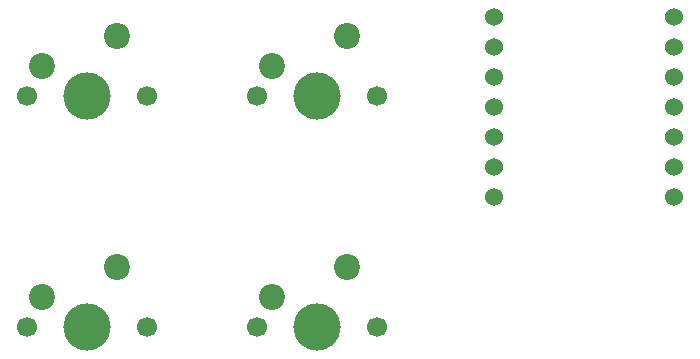
<source format=gbr>
%TF.GenerationSoftware,KiCad,Pcbnew,8.0.8*%
%TF.CreationDate,2025-02-15T15:34:16+01:00*%
%TF.ProjectId,Hacpad,48616370-6164-42e6-9b69-6361645f7063,rev?*%
%TF.SameCoordinates,Original*%
%TF.FileFunction,Soldermask,Bot*%
%TF.FilePolarity,Negative*%
%FSLAX46Y46*%
G04 Gerber Fmt 4.6, Leading zero omitted, Abs format (unit mm)*
G04 Created by KiCad (PCBNEW 8.0.8) date 2025-02-15 15:34:16*
%MOMM*%
%LPD*%
G01*
G04 APERTURE LIST*
%ADD10C,1.700000*%
%ADD11C,4.000000*%
%ADD12C,2.200000*%
%ADD13C,1.524000*%
G04 APERTURE END LIST*
D10*
%TO.C,SW2*%
X73920000Y-59500000D03*
D11*
X79000000Y-59500000D03*
D10*
X84080000Y-59500000D03*
D12*
X81540000Y-54420000D03*
X75190000Y-56960000D03*
%TD*%
D10*
%TO.C,SW3*%
X54420000Y-79000000D03*
D11*
X59500000Y-79000000D03*
D10*
X64580000Y-79000000D03*
D12*
X62040000Y-73920000D03*
X55690000Y-76460000D03*
%TD*%
D10*
%TO.C,SW1*%
X54420000Y-59500000D03*
D11*
X59500000Y-59500000D03*
D10*
X64580000Y-59500000D03*
D12*
X62040000Y-54420000D03*
X55690000Y-56960000D03*
%TD*%
D13*
%TO.C,U1*%
X94000000Y-52760000D03*
X94000000Y-55300000D03*
X94000000Y-57840000D03*
X94000000Y-60380000D03*
X94000000Y-62920000D03*
X94000000Y-65460000D03*
X94000000Y-68000000D03*
X109240000Y-68000000D03*
X109240000Y-65460000D03*
X109240000Y-62920000D03*
X109240000Y-60380000D03*
X109240000Y-57840000D03*
X109240000Y-55300000D03*
X109240000Y-52760000D03*
%TD*%
D10*
%TO.C,SW4*%
X73920000Y-79000000D03*
D11*
X79000000Y-79000000D03*
D10*
X84080000Y-79000000D03*
D12*
X81540000Y-73920000D03*
X75190000Y-76460000D03*
%TD*%
M02*

</source>
